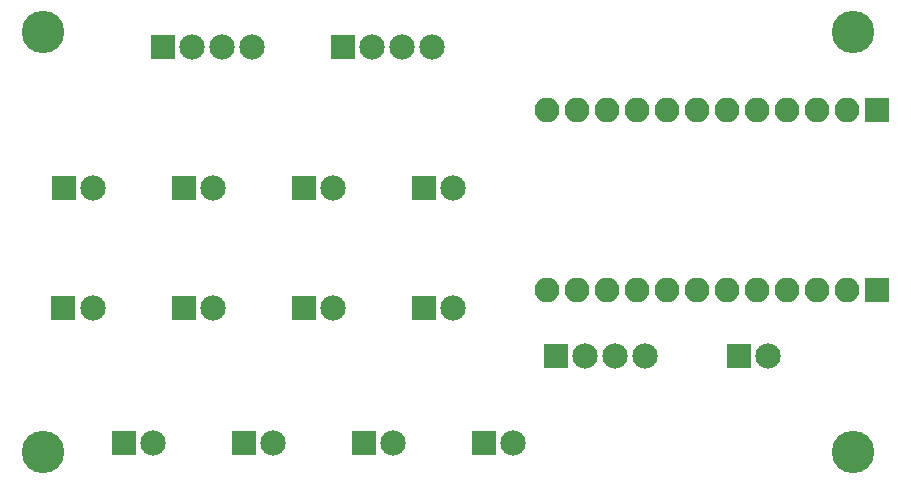
<source format=gbr>
G04 #@! TF.GenerationSoftware,KiCad,Pcbnew,(5.0.0)*
G04 #@! TF.CreationDate,2019-08-26T21:19:05-04:00*
G04 #@! TF.ProjectId,ProMicro-Breakout+RGB,50726F4D6963726F2D427265616B6F75,rev?*
G04 #@! TF.SameCoordinates,Original*
G04 #@! TF.FileFunction,Soldermask,Bot*
G04 #@! TF.FilePolarity,Negative*
%FSLAX46Y46*%
G04 Gerber Fmt 4.6, Leading zero omitted, Abs format (unit mm)*
G04 Created by KiCad (PCBNEW (5.0.0)) date 08/26/19 21:19:05*
%MOMM*%
%LPD*%
G01*
G04 APERTURE LIST*
%ADD10C,2.150000*%
%ADD11R,2.150000X2.150000*%
%ADD12O,2.100000X2.100000*%
%ADD13R,2.100000X2.100000*%
%ADD14C,3.600000*%
G04 APERTURE END LIST*
D10*
G04 #@! TO.C,J2*
X128150000Y-95250000D03*
X125650000Y-95250000D03*
X123150000Y-95250000D03*
D11*
X120650000Y-95250000D03*
G04 #@! TD*
D10*
G04 #@! TO.C,J5*
X130008000Y-128778000D03*
D11*
X127508000Y-128778000D03*
G04 #@! TD*
G04 #@! TO.C,J12*
X112228000Y-117348000D03*
D10*
X114728000Y-117348000D03*
G04 #@! TD*
G04 #@! TO.C,J3*
X150328000Y-128778000D03*
D11*
X147828000Y-128778000D03*
G04 #@! TD*
G04 #@! TO.C,J4*
X137668000Y-128778000D03*
D10*
X140168000Y-128778000D03*
G04 #@! TD*
G04 #@! TO.C,J6*
X119848000Y-128778000D03*
D11*
X117348000Y-128778000D03*
G04 #@! TD*
G04 #@! TO.C,J17*
X112268000Y-107188000D03*
D10*
X114768000Y-107188000D03*
G04 #@! TD*
G04 #@! TO.C,J16*
X124928000Y-107188000D03*
D11*
X122428000Y-107188000D03*
G04 #@! TD*
G04 #@! TO.C,J15*
X132588000Y-107188000D03*
D10*
X135088000Y-107188000D03*
G04 #@! TD*
G04 #@! TO.C,J14*
X145248000Y-107188000D03*
D11*
X142748000Y-107188000D03*
G04 #@! TD*
G04 #@! TO.C,J11*
X122428000Y-117348000D03*
D10*
X124928000Y-117348000D03*
G04 #@! TD*
G04 #@! TO.C,J9*
X135088000Y-117348000D03*
D11*
X132588000Y-117348000D03*
G04 #@! TD*
G04 #@! TO.C,J8*
X142748000Y-117348000D03*
D10*
X145248000Y-117348000D03*
G04 #@! TD*
G04 #@! TO.C,J18*
X161424000Y-121412000D03*
X158924000Y-121412000D03*
X156424000Y-121412000D03*
D11*
X153924000Y-121412000D03*
G04 #@! TD*
D12*
G04 #@! TO.C,J7*
X153162000Y-100584000D03*
X155702000Y-100584000D03*
X158242000Y-100584000D03*
X160782000Y-100584000D03*
X163322000Y-100584000D03*
X165862000Y-100584000D03*
X168402000Y-100584000D03*
X170942000Y-100584000D03*
X173482000Y-100584000D03*
X176022000Y-100584000D03*
X178562000Y-100584000D03*
D13*
X181102000Y-100584000D03*
G04 #@! TD*
G04 #@! TO.C,J10*
X181102000Y-115824000D03*
D12*
X178562000Y-115824000D03*
X176022000Y-115824000D03*
X173482000Y-115824000D03*
X170942000Y-115824000D03*
X168402000Y-115824000D03*
X165862000Y-115824000D03*
X163322000Y-115824000D03*
X160782000Y-115824000D03*
X158242000Y-115824000D03*
X155702000Y-115824000D03*
X153162000Y-115824000D03*
G04 #@! TD*
D10*
G04 #@! TO.C,J13*
X171918000Y-121412000D03*
D11*
X169418000Y-121412000D03*
G04 #@! TD*
G04 #@! TO.C,J1*
X135890000Y-95250000D03*
D10*
X138390000Y-95250000D03*
X140890000Y-95250000D03*
X143390000Y-95250000D03*
G04 #@! TD*
D14*
G04 #@! TO.C,MH1*
X110490000Y-129540000D03*
G04 #@! TD*
G04 #@! TO.C,MH2*
X110490000Y-93980000D03*
G04 #@! TD*
G04 #@! TO.C,MH3*
X179070000Y-129540000D03*
G04 #@! TD*
G04 #@! TO.C,MH4*
X179070000Y-93980000D03*
G04 #@! TD*
M02*

</source>
